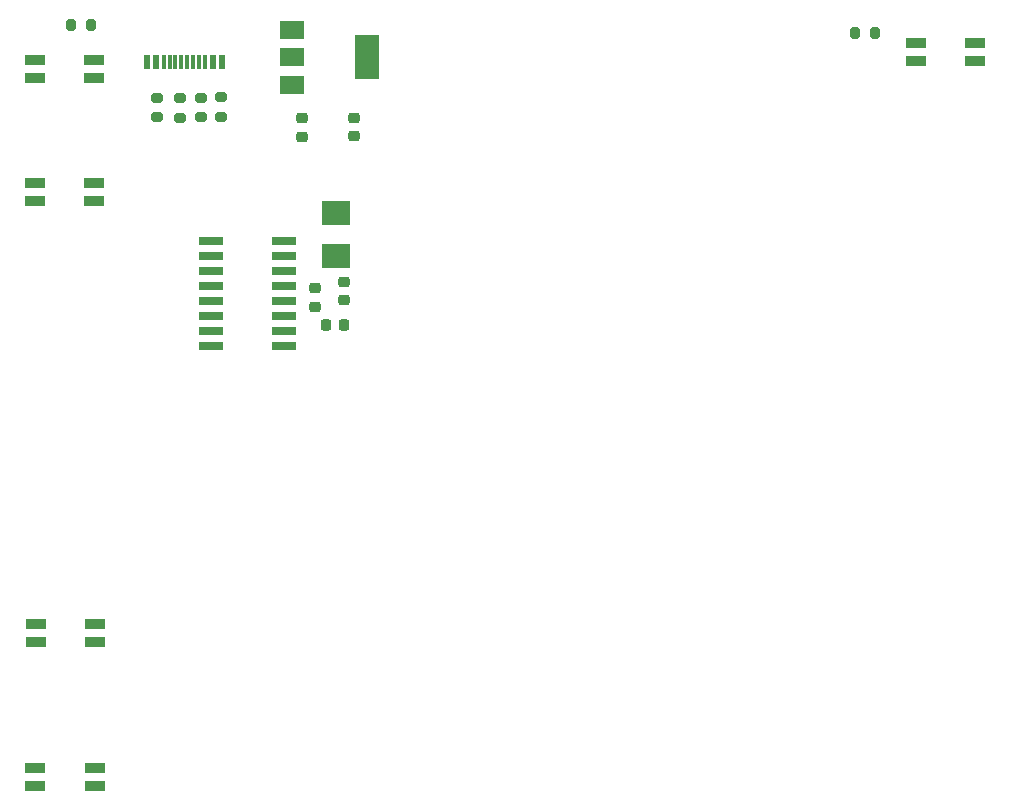
<source format=gbr>
%TF.GenerationSoftware,KiCad,Pcbnew,(6.0.10)*%
%TF.CreationDate,2023-03-05T14:49:45+05:30*%
%TF.ProjectId,keyboardv3,6b657962-6f61-4726-9476-332e6b696361,rev?*%
%TF.SameCoordinates,Original*%
%TF.FileFunction,Paste,Top*%
%TF.FilePolarity,Positive*%
%FSLAX46Y46*%
G04 Gerber Fmt 4.6, Leading zero omitted, Abs format (unit mm)*
G04 Created by KiCad (PCBNEW (6.0.10)) date 2023-03-05 14:49:45*
%MOMM*%
%LPD*%
G01*
G04 APERTURE LIST*
G04 Aperture macros list*
%AMRoundRect*
0 Rectangle with rounded corners*
0 $1 Rounding radius*
0 $2 $3 $4 $5 $6 $7 $8 $9 X,Y pos of 4 corners*
0 Add a 4 corners polygon primitive as box body*
4,1,4,$2,$3,$4,$5,$6,$7,$8,$9,$2,$3,0*
0 Add four circle primitives for the rounded corners*
1,1,$1+$1,$2,$3*
1,1,$1+$1,$4,$5*
1,1,$1+$1,$6,$7*
1,1,$1+$1,$8,$9*
0 Add four rect primitives between the rounded corners*
20,1,$1+$1,$2,$3,$4,$5,0*
20,1,$1+$1,$4,$5,$6,$7,0*
20,1,$1+$1,$6,$7,$8,$9,0*
20,1,$1+$1,$8,$9,$2,$3,0*%
G04 Aperture macros list end*
%ADD10RoundRect,0.200000X0.275000X-0.200000X0.275000X0.200000X-0.275000X0.200000X-0.275000X-0.200000X0*%
%ADD11RoundRect,0.200000X-0.200000X-0.275000X0.200000X-0.275000X0.200000X0.275000X-0.200000X0.275000X0*%
%ADD12RoundRect,0.200000X0.200000X0.275000X-0.200000X0.275000X-0.200000X-0.275000X0.200000X-0.275000X0*%
%ADD13R,1.800000X0.820000*%
%ADD14R,2.000000X1.500000*%
%ADD15R,2.000000X3.800000*%
%ADD16RoundRect,0.225000X-0.250000X0.225000X-0.250000X-0.225000X0.250000X-0.225000X0.250000X0.225000X0*%
%ADD17R,2.032000X0.660400*%
%ADD18RoundRect,0.225000X-0.225000X-0.250000X0.225000X-0.250000X0.225000X0.250000X-0.225000X0.250000X0*%
%ADD19R,2.400000X2.000000*%
%ADD20R,0.600000X1.240000*%
%ADD21R,0.300000X1.240000*%
G04 APERTURE END LIST*
D10*
%TO.C,R3*%
X43750000Y-37645000D03*
X43750000Y-35995000D03*
%TD*%
D11*
%TO.C,R7*%
X102825000Y-30470000D03*
X104475000Y-30470000D03*
%TD*%
D12*
%TO.C,R6*%
X38125000Y-29800000D03*
X36475000Y-29800000D03*
%TD*%
D10*
%TO.C,R5*%
X45710000Y-37665000D03*
X45710000Y-36015000D03*
%TD*%
D13*
%TO.C,D21*%
X107985000Y-31390000D03*
X107985000Y-32890000D03*
X112985000Y-32890000D03*
X112985000Y-31390000D03*
%TD*%
%TO.C,D20*%
X33435000Y-92750000D03*
X33435000Y-94250000D03*
X38435000Y-94250000D03*
X38435000Y-92750000D03*
%TD*%
%TO.C,D18*%
X33370000Y-43220000D03*
X33370000Y-44720000D03*
X38370000Y-44720000D03*
X38370000Y-43220000D03*
%TD*%
D14*
%TO.C,U1*%
X55190000Y-30280000D03*
D15*
X61490000Y-32580000D03*
D14*
X55190000Y-32580000D03*
X55190000Y-34880000D03*
%TD*%
D16*
%TO.C,C13*%
X59520000Y-51595000D03*
X59520000Y-53145000D03*
%TD*%
D17*
%TO.C,U3*%
X48296600Y-48135000D03*
X48296600Y-49405000D03*
X48296600Y-50675000D03*
X48296600Y-51945000D03*
X48296600Y-53215000D03*
X48296600Y-54485000D03*
X48296600Y-55755000D03*
X48296600Y-57025000D03*
X54443400Y-57025000D03*
X54443400Y-55755000D03*
X54443400Y-54485000D03*
X54443400Y-53215000D03*
X54443400Y-51945000D03*
X54443400Y-50675000D03*
X54443400Y-49405000D03*
X54443400Y-48135000D03*
%TD*%
D10*
%TO.C,R4*%
X47410000Y-37645000D03*
X47410000Y-35995000D03*
%TD*%
D18*
%TO.C,C14*%
X58025000Y-55240000D03*
X59575000Y-55240000D03*
%TD*%
D16*
%TO.C,C12*%
X57100000Y-52135000D03*
X57100000Y-53685000D03*
%TD*%
D19*
%TO.C,Y2*%
X58890000Y-45730000D03*
X58890000Y-49430000D03*
%TD*%
D16*
%TO.C,C1*%
X55970000Y-37745000D03*
X55970000Y-39295000D03*
%TD*%
D20*
%TO.C,J1*%
X49240000Y-32945000D03*
X48440000Y-32945000D03*
D21*
X47290000Y-32945000D03*
X46290000Y-32945000D03*
X45790000Y-32945000D03*
X44790000Y-32945000D03*
D20*
X43640000Y-32945000D03*
X42840000Y-32945000D03*
X42840000Y-32945000D03*
X43640000Y-32945000D03*
D21*
X44290000Y-32945000D03*
X45290000Y-32945000D03*
X46790000Y-32945000D03*
X47790000Y-32945000D03*
D20*
X48440000Y-32945000D03*
X49240000Y-32945000D03*
%TD*%
D10*
%TO.C,R2*%
X49170000Y-37605000D03*
X49170000Y-35955000D03*
%TD*%
D16*
%TO.C,C2*%
X60440000Y-37705000D03*
X60440000Y-39255000D03*
%TD*%
D13*
%TO.C,D19*%
X33515000Y-80530000D03*
X33515000Y-82030000D03*
X38515000Y-82030000D03*
X38515000Y-80530000D03*
%TD*%
%TO.C,D16*%
X33420000Y-32820000D03*
X33420000Y-34320000D03*
X38420000Y-34320000D03*
X38420000Y-32820000D03*
%TD*%
M02*

</source>
